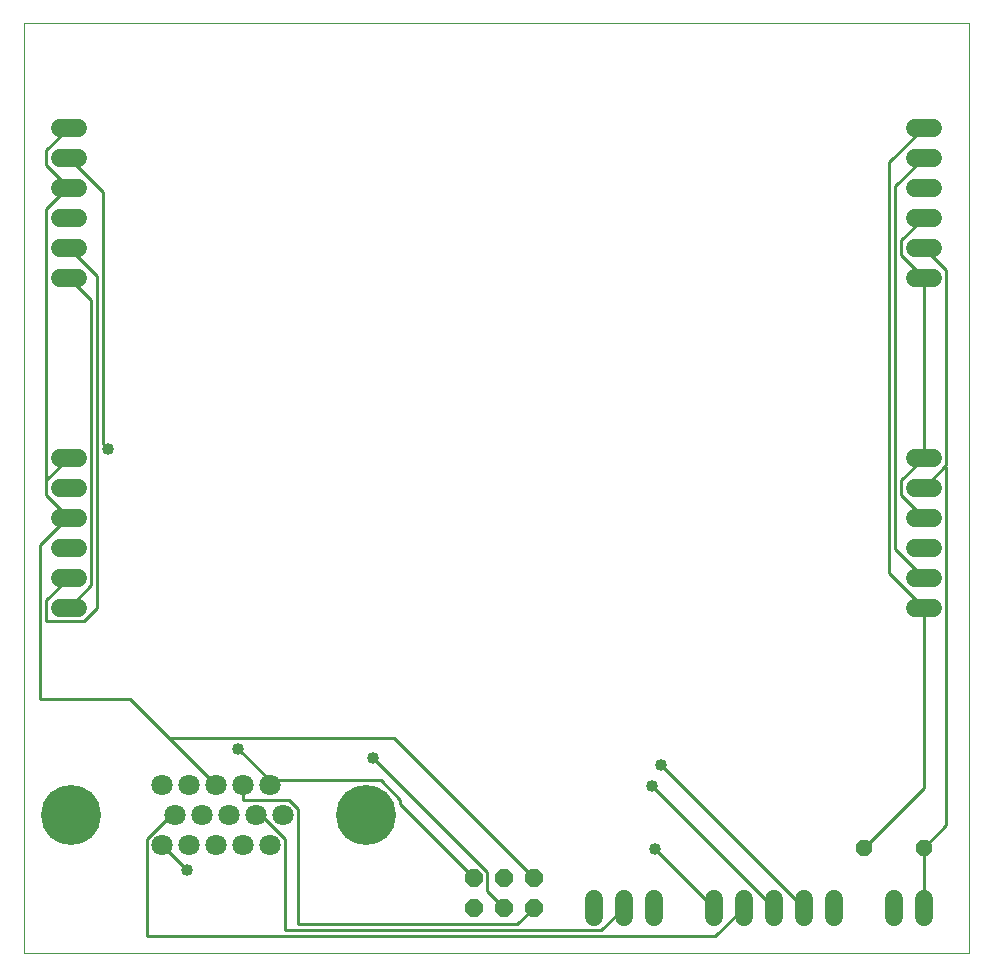
<source format=gtl>
G75*
G70*
%OFA0B0*%
%FSLAX24Y24*%
%IPPOS*%
%LPD*%
%AMOC8*
5,1,8,0,0,1.08239X$1,22.5*
%
%ADD10C,0.0000*%
%ADD11C,0.0709*%
%ADD12C,0.2000*%
%ADD13C,0.0600*%
%ADD14OC8,0.0520*%
%ADD15OC8,0.0600*%
%ADD16C,0.0100*%
%ADD17C,0.0400*%
D10*
X000100Y002125D02*
X000100Y033125D01*
X031600Y033125D01*
X031600Y002125D01*
X000100Y002125D01*
D11*
X004700Y005725D03*
X005600Y005725D03*
X006500Y005725D03*
X007400Y005725D03*
X008300Y005725D03*
X007850Y006725D03*
X006950Y006725D03*
X006050Y006725D03*
X005150Y006725D03*
X004700Y007725D03*
X005600Y007725D03*
X006500Y007725D03*
X007400Y007725D03*
X008300Y007725D03*
X008750Y006725D03*
D12*
X011520Y006725D03*
X001680Y006725D03*
D13*
X001900Y013625D02*
X001300Y013625D01*
X001300Y014625D02*
X001900Y014625D01*
X001900Y015625D02*
X001300Y015625D01*
X001300Y016625D02*
X001900Y016625D01*
X001900Y017625D02*
X001300Y017625D01*
X001300Y018625D02*
X001900Y018625D01*
X001900Y024625D02*
X001300Y024625D01*
X001300Y025625D02*
X001900Y025625D01*
X001900Y026625D02*
X001300Y026625D01*
X001300Y027625D02*
X001900Y027625D01*
X001900Y028625D02*
X001300Y028625D01*
X001300Y029625D02*
X001900Y029625D01*
X019100Y003925D02*
X019100Y003325D01*
X020100Y003325D02*
X020100Y003925D01*
X021100Y003925D02*
X021100Y003325D01*
X023100Y003325D02*
X023100Y003925D01*
X024100Y003925D02*
X024100Y003325D01*
X025100Y003325D02*
X025100Y003925D01*
X026100Y003925D02*
X026100Y003325D01*
X027100Y003325D02*
X027100Y003925D01*
X029100Y003925D02*
X029100Y003325D01*
X030100Y003325D02*
X030100Y003925D01*
X030400Y013625D02*
X029800Y013625D01*
X029800Y014625D02*
X030400Y014625D01*
X030400Y015625D02*
X029800Y015625D01*
X029800Y016625D02*
X030400Y016625D01*
X030400Y017625D02*
X029800Y017625D01*
X029800Y018625D02*
X030400Y018625D01*
X030400Y024625D02*
X029800Y024625D01*
X029800Y025625D02*
X030400Y025625D01*
X030400Y026625D02*
X029800Y026625D01*
X029800Y027625D02*
X030400Y027625D01*
X030400Y028625D02*
X029800Y028625D01*
X029800Y029625D02*
X030400Y029625D01*
D14*
X030100Y005625D03*
X028100Y005625D03*
D15*
X017100Y004625D03*
X017100Y003625D03*
X016100Y003625D03*
X016100Y004625D03*
X015100Y004625D03*
X015100Y003625D03*
D16*
X015550Y004175D02*
X015550Y004825D01*
X011750Y008625D01*
X012000Y007875D02*
X008300Y007875D01*
X008300Y007725D01*
X008300Y007875D02*
X007250Y008925D01*
X007400Y007725D02*
X007400Y007225D01*
X008950Y007225D01*
X009250Y006925D01*
X009250Y003075D01*
X016550Y003075D01*
X017100Y003625D01*
X017100Y004625D02*
X012450Y009275D01*
X005000Y009275D01*
X004975Y009250D01*
X006500Y007725D01*
X005150Y006725D02*
X005000Y006725D01*
X004200Y005925D01*
X004200Y002675D01*
X023150Y002675D01*
X024100Y003625D01*
X025100Y003625D02*
X021050Y007675D01*
X021350Y008375D02*
X026100Y003625D01*
X028100Y005625D02*
X030100Y007625D01*
X030100Y013625D01*
X028950Y014775D01*
X028950Y028475D01*
X030100Y029625D01*
X030100Y028625D02*
X029150Y027675D01*
X029150Y015575D01*
X030100Y014625D01*
X030100Y016625D02*
X029350Y017375D01*
X029350Y017875D01*
X030100Y018625D01*
X030100Y024625D01*
X029350Y025375D01*
X029350Y025875D01*
X030100Y026625D01*
X030100Y025625D02*
X030850Y024875D01*
X030850Y018375D01*
X030825Y018350D01*
X030850Y018325D01*
X030850Y006375D01*
X030100Y005625D01*
X030100Y003625D01*
X023100Y003625D02*
X021150Y005575D01*
X020100Y003625D02*
X019350Y002875D01*
X008800Y002875D01*
X008800Y005925D01*
X008000Y006725D01*
X007850Y006725D01*
X005550Y004875D02*
X004700Y005725D01*
X004975Y009250D02*
X003650Y010575D01*
X000650Y010575D01*
X000650Y015725D01*
X001550Y016625D01*
X001600Y016625D01*
X000850Y017375D01*
X000850Y017875D01*
X000875Y017900D01*
X000850Y017925D01*
X000850Y026925D01*
X001550Y027625D01*
X001600Y027625D01*
X000850Y028375D01*
X000850Y028875D01*
X001600Y029625D01*
X001600Y028625D02*
X002750Y027475D01*
X002750Y019075D01*
X002900Y018925D01*
X001600Y018625D02*
X000875Y017900D01*
X001600Y014625D02*
X000850Y013875D01*
X000850Y013175D01*
X002100Y013175D01*
X002550Y013625D01*
X002550Y024675D01*
X001600Y025625D01*
X001600Y024625D02*
X002350Y023875D01*
X002350Y014375D01*
X001600Y013625D01*
X012000Y007875D02*
X012650Y007225D01*
X012650Y007075D01*
X015100Y004625D01*
X015550Y004175D02*
X016100Y003625D01*
X030100Y017625D02*
X030825Y018350D01*
D17*
X021350Y008375D03*
X021050Y007675D03*
X021150Y005575D03*
X011750Y008625D03*
X007250Y008925D03*
X005550Y004875D03*
X002900Y018925D03*
M02*

</source>
